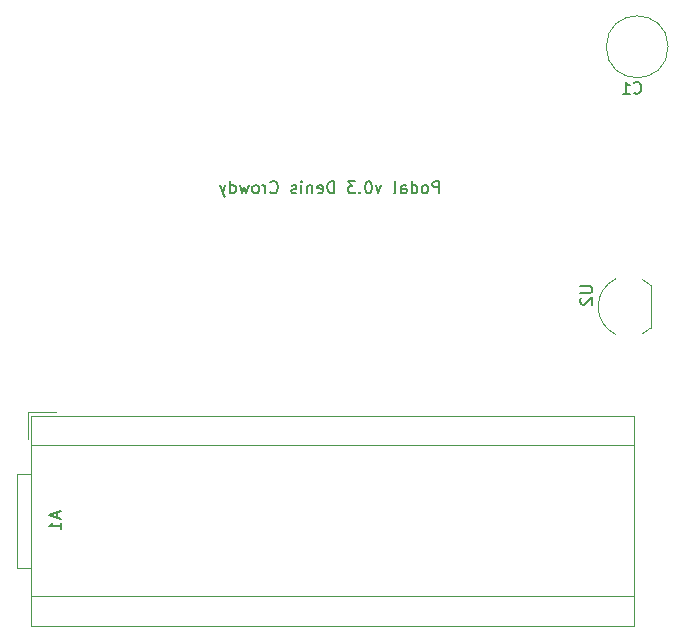
<source format=gbr>
%TF.GenerationSoftware,KiCad,Pcbnew,8.0.2-8.0.2-0~ubuntu22.04.1*%
%TF.CreationDate,2024-05-27T12:02:15+10:00*%
%TF.ProjectId,podal_1590b,706f6461-6c5f-4313-9539-30622e6b6963,0.3*%
%TF.SameCoordinates,Original*%
%TF.FileFunction,Legend,Bot*%
%TF.FilePolarity,Positive*%
%FSLAX46Y46*%
G04 Gerber Fmt 4.6, Leading zero omitted, Abs format (unit mm)*
G04 Created by KiCad (PCBNEW 8.0.2-8.0.2-0~ubuntu22.04.1) date 2024-05-27 12:02:15*
%MOMM*%
%LPD*%
G01*
G04 APERTURE LIST*
%ADD10C,0.150000*%
%ADD11C,0.120000*%
G04 APERTURE END LIST*
D10*
X134663220Y-68869819D02*
X134663220Y-67869819D01*
X134663220Y-67869819D02*
X134282268Y-67869819D01*
X134282268Y-67869819D02*
X134187030Y-67917438D01*
X134187030Y-67917438D02*
X134139411Y-67965057D01*
X134139411Y-67965057D02*
X134091792Y-68060295D01*
X134091792Y-68060295D02*
X134091792Y-68203152D01*
X134091792Y-68203152D02*
X134139411Y-68298390D01*
X134139411Y-68298390D02*
X134187030Y-68346009D01*
X134187030Y-68346009D02*
X134282268Y-68393628D01*
X134282268Y-68393628D02*
X134663220Y-68393628D01*
X133520363Y-68869819D02*
X133615601Y-68822200D01*
X133615601Y-68822200D02*
X133663220Y-68774580D01*
X133663220Y-68774580D02*
X133710839Y-68679342D01*
X133710839Y-68679342D02*
X133710839Y-68393628D01*
X133710839Y-68393628D02*
X133663220Y-68298390D01*
X133663220Y-68298390D02*
X133615601Y-68250771D01*
X133615601Y-68250771D02*
X133520363Y-68203152D01*
X133520363Y-68203152D02*
X133377506Y-68203152D01*
X133377506Y-68203152D02*
X133282268Y-68250771D01*
X133282268Y-68250771D02*
X133234649Y-68298390D01*
X133234649Y-68298390D02*
X133187030Y-68393628D01*
X133187030Y-68393628D02*
X133187030Y-68679342D01*
X133187030Y-68679342D02*
X133234649Y-68774580D01*
X133234649Y-68774580D02*
X133282268Y-68822200D01*
X133282268Y-68822200D02*
X133377506Y-68869819D01*
X133377506Y-68869819D02*
X133520363Y-68869819D01*
X132329887Y-68869819D02*
X132329887Y-67869819D01*
X132329887Y-68822200D02*
X132425125Y-68869819D01*
X132425125Y-68869819D02*
X132615601Y-68869819D01*
X132615601Y-68869819D02*
X132710839Y-68822200D01*
X132710839Y-68822200D02*
X132758458Y-68774580D01*
X132758458Y-68774580D02*
X132806077Y-68679342D01*
X132806077Y-68679342D02*
X132806077Y-68393628D01*
X132806077Y-68393628D02*
X132758458Y-68298390D01*
X132758458Y-68298390D02*
X132710839Y-68250771D01*
X132710839Y-68250771D02*
X132615601Y-68203152D01*
X132615601Y-68203152D02*
X132425125Y-68203152D01*
X132425125Y-68203152D02*
X132329887Y-68250771D01*
X131425125Y-68869819D02*
X131425125Y-68346009D01*
X131425125Y-68346009D02*
X131472744Y-68250771D01*
X131472744Y-68250771D02*
X131567982Y-68203152D01*
X131567982Y-68203152D02*
X131758458Y-68203152D01*
X131758458Y-68203152D02*
X131853696Y-68250771D01*
X131425125Y-68822200D02*
X131520363Y-68869819D01*
X131520363Y-68869819D02*
X131758458Y-68869819D01*
X131758458Y-68869819D02*
X131853696Y-68822200D01*
X131853696Y-68822200D02*
X131901315Y-68726961D01*
X131901315Y-68726961D02*
X131901315Y-68631723D01*
X131901315Y-68631723D02*
X131853696Y-68536485D01*
X131853696Y-68536485D02*
X131758458Y-68488866D01*
X131758458Y-68488866D02*
X131520363Y-68488866D01*
X131520363Y-68488866D02*
X131425125Y-68441247D01*
X130806077Y-68869819D02*
X130901315Y-68822200D01*
X130901315Y-68822200D02*
X130948934Y-68726961D01*
X130948934Y-68726961D02*
X130948934Y-67869819D01*
X129758457Y-68203152D02*
X129520362Y-68869819D01*
X129520362Y-68869819D02*
X129282267Y-68203152D01*
X128710838Y-67869819D02*
X128615600Y-67869819D01*
X128615600Y-67869819D02*
X128520362Y-67917438D01*
X128520362Y-67917438D02*
X128472743Y-67965057D01*
X128472743Y-67965057D02*
X128425124Y-68060295D01*
X128425124Y-68060295D02*
X128377505Y-68250771D01*
X128377505Y-68250771D02*
X128377505Y-68488866D01*
X128377505Y-68488866D02*
X128425124Y-68679342D01*
X128425124Y-68679342D02*
X128472743Y-68774580D01*
X128472743Y-68774580D02*
X128520362Y-68822200D01*
X128520362Y-68822200D02*
X128615600Y-68869819D01*
X128615600Y-68869819D02*
X128710838Y-68869819D01*
X128710838Y-68869819D02*
X128806076Y-68822200D01*
X128806076Y-68822200D02*
X128853695Y-68774580D01*
X128853695Y-68774580D02*
X128901314Y-68679342D01*
X128901314Y-68679342D02*
X128948933Y-68488866D01*
X128948933Y-68488866D02*
X128948933Y-68250771D01*
X128948933Y-68250771D02*
X128901314Y-68060295D01*
X128901314Y-68060295D02*
X128853695Y-67965057D01*
X128853695Y-67965057D02*
X128806076Y-67917438D01*
X128806076Y-67917438D02*
X128710838Y-67869819D01*
X127948933Y-68774580D02*
X127901314Y-68822200D01*
X127901314Y-68822200D02*
X127948933Y-68869819D01*
X127948933Y-68869819D02*
X127996552Y-68822200D01*
X127996552Y-68822200D02*
X127948933Y-68774580D01*
X127948933Y-68774580D02*
X127948933Y-68869819D01*
X127567981Y-67869819D02*
X126948934Y-67869819D01*
X126948934Y-67869819D02*
X127282267Y-68250771D01*
X127282267Y-68250771D02*
X127139410Y-68250771D01*
X127139410Y-68250771D02*
X127044172Y-68298390D01*
X127044172Y-68298390D02*
X126996553Y-68346009D01*
X126996553Y-68346009D02*
X126948934Y-68441247D01*
X126948934Y-68441247D02*
X126948934Y-68679342D01*
X126948934Y-68679342D02*
X126996553Y-68774580D01*
X126996553Y-68774580D02*
X127044172Y-68822200D01*
X127044172Y-68822200D02*
X127139410Y-68869819D01*
X127139410Y-68869819D02*
X127425124Y-68869819D01*
X127425124Y-68869819D02*
X127520362Y-68822200D01*
X127520362Y-68822200D02*
X127567981Y-68774580D01*
X125758457Y-68869819D02*
X125758457Y-67869819D01*
X125758457Y-67869819D02*
X125520362Y-67869819D01*
X125520362Y-67869819D02*
X125377505Y-67917438D01*
X125377505Y-67917438D02*
X125282267Y-68012676D01*
X125282267Y-68012676D02*
X125234648Y-68107914D01*
X125234648Y-68107914D02*
X125187029Y-68298390D01*
X125187029Y-68298390D02*
X125187029Y-68441247D01*
X125187029Y-68441247D02*
X125234648Y-68631723D01*
X125234648Y-68631723D02*
X125282267Y-68726961D01*
X125282267Y-68726961D02*
X125377505Y-68822200D01*
X125377505Y-68822200D02*
X125520362Y-68869819D01*
X125520362Y-68869819D02*
X125758457Y-68869819D01*
X124377505Y-68822200D02*
X124472743Y-68869819D01*
X124472743Y-68869819D02*
X124663219Y-68869819D01*
X124663219Y-68869819D02*
X124758457Y-68822200D01*
X124758457Y-68822200D02*
X124806076Y-68726961D01*
X124806076Y-68726961D02*
X124806076Y-68346009D01*
X124806076Y-68346009D02*
X124758457Y-68250771D01*
X124758457Y-68250771D02*
X124663219Y-68203152D01*
X124663219Y-68203152D02*
X124472743Y-68203152D01*
X124472743Y-68203152D02*
X124377505Y-68250771D01*
X124377505Y-68250771D02*
X124329886Y-68346009D01*
X124329886Y-68346009D02*
X124329886Y-68441247D01*
X124329886Y-68441247D02*
X124806076Y-68536485D01*
X123901314Y-68203152D02*
X123901314Y-68869819D01*
X123901314Y-68298390D02*
X123853695Y-68250771D01*
X123853695Y-68250771D02*
X123758457Y-68203152D01*
X123758457Y-68203152D02*
X123615600Y-68203152D01*
X123615600Y-68203152D02*
X123520362Y-68250771D01*
X123520362Y-68250771D02*
X123472743Y-68346009D01*
X123472743Y-68346009D02*
X123472743Y-68869819D01*
X122996552Y-68869819D02*
X122996552Y-68203152D01*
X122996552Y-67869819D02*
X123044171Y-67917438D01*
X123044171Y-67917438D02*
X122996552Y-67965057D01*
X122996552Y-67965057D02*
X122948933Y-67917438D01*
X122948933Y-67917438D02*
X122996552Y-67869819D01*
X122996552Y-67869819D02*
X122996552Y-67965057D01*
X122567981Y-68822200D02*
X122472743Y-68869819D01*
X122472743Y-68869819D02*
X122282267Y-68869819D01*
X122282267Y-68869819D02*
X122187029Y-68822200D01*
X122187029Y-68822200D02*
X122139410Y-68726961D01*
X122139410Y-68726961D02*
X122139410Y-68679342D01*
X122139410Y-68679342D02*
X122187029Y-68584104D01*
X122187029Y-68584104D02*
X122282267Y-68536485D01*
X122282267Y-68536485D02*
X122425124Y-68536485D01*
X122425124Y-68536485D02*
X122520362Y-68488866D01*
X122520362Y-68488866D02*
X122567981Y-68393628D01*
X122567981Y-68393628D02*
X122567981Y-68346009D01*
X122567981Y-68346009D02*
X122520362Y-68250771D01*
X122520362Y-68250771D02*
X122425124Y-68203152D01*
X122425124Y-68203152D02*
X122282267Y-68203152D01*
X122282267Y-68203152D02*
X122187029Y-68250771D01*
X120377505Y-68774580D02*
X120425124Y-68822200D01*
X120425124Y-68822200D02*
X120567981Y-68869819D01*
X120567981Y-68869819D02*
X120663219Y-68869819D01*
X120663219Y-68869819D02*
X120806076Y-68822200D01*
X120806076Y-68822200D02*
X120901314Y-68726961D01*
X120901314Y-68726961D02*
X120948933Y-68631723D01*
X120948933Y-68631723D02*
X120996552Y-68441247D01*
X120996552Y-68441247D02*
X120996552Y-68298390D01*
X120996552Y-68298390D02*
X120948933Y-68107914D01*
X120948933Y-68107914D02*
X120901314Y-68012676D01*
X120901314Y-68012676D02*
X120806076Y-67917438D01*
X120806076Y-67917438D02*
X120663219Y-67869819D01*
X120663219Y-67869819D02*
X120567981Y-67869819D01*
X120567981Y-67869819D02*
X120425124Y-67917438D01*
X120425124Y-67917438D02*
X120377505Y-67965057D01*
X119948933Y-68869819D02*
X119948933Y-68203152D01*
X119948933Y-68393628D02*
X119901314Y-68298390D01*
X119901314Y-68298390D02*
X119853695Y-68250771D01*
X119853695Y-68250771D02*
X119758457Y-68203152D01*
X119758457Y-68203152D02*
X119663219Y-68203152D01*
X119187028Y-68869819D02*
X119282266Y-68822200D01*
X119282266Y-68822200D02*
X119329885Y-68774580D01*
X119329885Y-68774580D02*
X119377504Y-68679342D01*
X119377504Y-68679342D02*
X119377504Y-68393628D01*
X119377504Y-68393628D02*
X119329885Y-68298390D01*
X119329885Y-68298390D02*
X119282266Y-68250771D01*
X119282266Y-68250771D02*
X119187028Y-68203152D01*
X119187028Y-68203152D02*
X119044171Y-68203152D01*
X119044171Y-68203152D02*
X118948933Y-68250771D01*
X118948933Y-68250771D02*
X118901314Y-68298390D01*
X118901314Y-68298390D02*
X118853695Y-68393628D01*
X118853695Y-68393628D02*
X118853695Y-68679342D01*
X118853695Y-68679342D02*
X118901314Y-68774580D01*
X118901314Y-68774580D02*
X118948933Y-68822200D01*
X118948933Y-68822200D02*
X119044171Y-68869819D01*
X119044171Y-68869819D02*
X119187028Y-68869819D01*
X118520361Y-68203152D02*
X118329885Y-68869819D01*
X118329885Y-68869819D02*
X118139409Y-68393628D01*
X118139409Y-68393628D02*
X117948933Y-68869819D01*
X117948933Y-68869819D02*
X117758457Y-68203152D01*
X116948933Y-68869819D02*
X116948933Y-67869819D01*
X116948933Y-68822200D02*
X117044171Y-68869819D01*
X117044171Y-68869819D02*
X117234647Y-68869819D01*
X117234647Y-68869819D02*
X117329885Y-68822200D01*
X117329885Y-68822200D02*
X117377504Y-68774580D01*
X117377504Y-68774580D02*
X117425123Y-68679342D01*
X117425123Y-68679342D02*
X117425123Y-68393628D01*
X117425123Y-68393628D02*
X117377504Y-68298390D01*
X117377504Y-68298390D02*
X117329885Y-68250771D01*
X117329885Y-68250771D02*
X117234647Y-68203152D01*
X117234647Y-68203152D02*
X117044171Y-68203152D01*
X117044171Y-68203152D02*
X116948933Y-68250771D01*
X116567980Y-68203152D02*
X116329885Y-68869819D01*
X116091790Y-68203152D02*
X116329885Y-68869819D01*
X116329885Y-68869819D02*
X116425123Y-69107914D01*
X116425123Y-69107914D02*
X116472742Y-69155533D01*
X116472742Y-69155533D02*
X116567980Y-69203152D01*
X151166666Y-60359580D02*
X151214285Y-60407200D01*
X151214285Y-60407200D02*
X151357142Y-60454819D01*
X151357142Y-60454819D02*
X151452380Y-60454819D01*
X151452380Y-60454819D02*
X151595237Y-60407200D01*
X151595237Y-60407200D02*
X151690475Y-60311961D01*
X151690475Y-60311961D02*
X151738094Y-60216723D01*
X151738094Y-60216723D02*
X151785713Y-60026247D01*
X151785713Y-60026247D02*
X151785713Y-59883390D01*
X151785713Y-59883390D02*
X151738094Y-59692914D01*
X151738094Y-59692914D02*
X151690475Y-59597676D01*
X151690475Y-59597676D02*
X151595237Y-59502438D01*
X151595237Y-59502438D02*
X151452380Y-59454819D01*
X151452380Y-59454819D02*
X151357142Y-59454819D01*
X151357142Y-59454819D02*
X151214285Y-59502438D01*
X151214285Y-59502438D02*
X151166666Y-59550057D01*
X150214285Y-60454819D02*
X150785713Y-60454819D01*
X150499999Y-60454819D02*
X150499999Y-59454819D01*
X150499999Y-59454819D02*
X150595237Y-59597676D01*
X150595237Y-59597676D02*
X150690475Y-59692914D01*
X150690475Y-59692914D02*
X150785713Y-59740533D01*
X102329104Y-95905714D02*
X102329104Y-96381904D01*
X102614819Y-95810476D02*
X101614819Y-96143809D01*
X101614819Y-96143809D02*
X102614819Y-96477142D01*
X102614819Y-97334285D02*
X102614819Y-96762857D01*
X102614819Y-97048571D02*
X101614819Y-97048571D01*
X101614819Y-97048571D02*
X101757676Y-96953333D01*
X101757676Y-96953333D02*
X101852914Y-96858095D01*
X101852914Y-96858095D02*
X101900533Y-96762857D01*
X146615252Y-76738095D02*
X147424775Y-76738095D01*
X147424775Y-76738095D02*
X147520013Y-76785714D01*
X147520013Y-76785714D02*
X147567633Y-76833333D01*
X147567633Y-76833333D02*
X147615252Y-76928571D01*
X147615252Y-76928571D02*
X147615252Y-77119047D01*
X147615252Y-77119047D02*
X147567633Y-77214285D01*
X147567633Y-77214285D02*
X147520013Y-77261904D01*
X147520013Y-77261904D02*
X147424775Y-77309523D01*
X147424775Y-77309523D02*
X146615252Y-77309523D01*
X146710490Y-77738095D02*
X146662871Y-77785714D01*
X146662871Y-77785714D02*
X146615252Y-77880952D01*
X146615252Y-77880952D02*
X146615252Y-78119047D01*
X146615252Y-78119047D02*
X146662871Y-78214285D01*
X146662871Y-78214285D02*
X146710490Y-78261904D01*
X146710490Y-78261904D02*
X146805728Y-78309523D01*
X146805728Y-78309523D02*
X146900966Y-78309523D01*
X146900966Y-78309523D02*
X147043823Y-78261904D01*
X147043823Y-78261904D02*
X147615252Y-77690476D01*
X147615252Y-77690476D02*
X147615252Y-78309523D01*
D11*
%TO.C,C1*%
X154045383Y-56481020D02*
G75*
G02*
X148805383Y-56481020I-2620000J0D01*
G01*
X148805383Y-56481020D02*
G75*
G02*
X154045383Y-56481020I2620000J0D01*
G01*
%TO.C,A1*%
X98920000Y-92620000D02*
X98920000Y-100620000D01*
X98920000Y-100620000D02*
X100120000Y-100620000D01*
X99820000Y-87420000D02*
X102220000Y-87420000D01*
X99820000Y-89720000D02*
X99820000Y-87420000D01*
X100120000Y-87720000D02*
X100120000Y-105520000D01*
X100120000Y-90200000D02*
X151120000Y-90200000D01*
X100120000Y-92620000D02*
X98920000Y-92620000D01*
X100120000Y-103000000D02*
X151120000Y-103000000D01*
X100120000Y-105520000D02*
X151120000Y-105520000D01*
X151120000Y-87720000D02*
X100120000Y-87720000D01*
X151120000Y-105520000D02*
X151120000Y-87720000D01*
%TO.C,U2*%
X152570433Y-80280131D02*
X152570433Y-76680131D01*
X148120433Y-78480131D02*
G75*
G02*
X149621626Y-76123731I2600000J0D01*
G01*
X149621626Y-80836531D02*
G75*
G02*
X148120433Y-78480131I1098807J2356400D01*
G01*
X151843228Y-76155947D02*
G75*
G02*
X152570433Y-76680131I-1122795J-2324184D01*
G01*
X152570433Y-80280131D02*
G75*
G02*
X151843228Y-80804315I-1850000J1800000D01*
G01*
%TD*%
M02*

</source>
